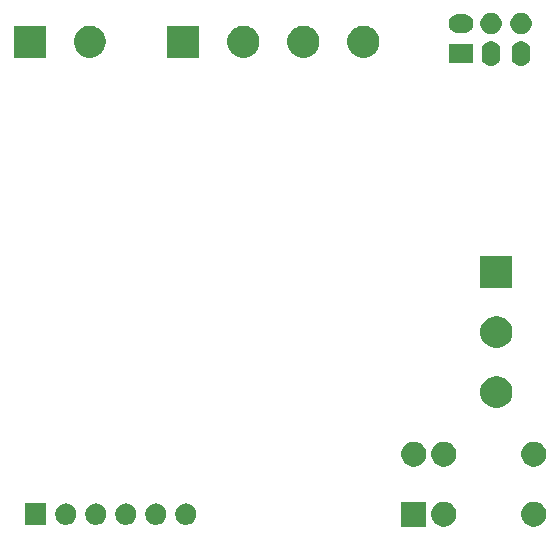
<source format=gbr>
G04 #@! TF.GenerationSoftware,KiCad,Pcbnew,5.1.5-52549c5~84~ubuntu18.04.1*
G04 #@! TF.CreationDate,2020-01-03T01:36:26+01:00*
G04 #@! TF.ProjectId,presen-fsr,70726573-656e-42d6-9673-722e6b696361,0*
G04 #@! TF.SameCoordinates,Original*
G04 #@! TF.FileFunction,Soldermask,Bot*
G04 #@! TF.FilePolarity,Negative*
%FSLAX46Y46*%
G04 Gerber Fmt 4.6, Leading zero omitted, Abs format (unit mm)*
G04 Created by KiCad (PCBNEW 5.1.5-52549c5~84~ubuntu18.04.1) date 2020-01-03 01:36:26*
%MOMM*%
%LPD*%
G04 APERTURE LIST*
%ADD10C,0.100000*%
G04 APERTURE END LIST*
D10*
G36*
X66551000Y-156551000D02*
G01*
X64449000Y-156551000D01*
X64449000Y-154449000D01*
X66551000Y-154449000D01*
X66551000Y-156551000D01*
G37*
G36*
X75966564Y-154489389D02*
G01*
X76157833Y-154568615D01*
X76157835Y-154568616D01*
X76329973Y-154683635D01*
X76476365Y-154830027D01*
X76540256Y-154925646D01*
X76591385Y-155002167D01*
X76670611Y-155193436D01*
X76711000Y-155396484D01*
X76711000Y-155603516D01*
X76670611Y-155806564D01*
X76620815Y-155926782D01*
X76591384Y-155997835D01*
X76476365Y-156169973D01*
X76329973Y-156316365D01*
X76157835Y-156431384D01*
X76157834Y-156431385D01*
X76157833Y-156431385D01*
X75966564Y-156510611D01*
X75763516Y-156551000D01*
X75556484Y-156551000D01*
X75353436Y-156510611D01*
X75162167Y-156431385D01*
X75162166Y-156431385D01*
X75162165Y-156431384D01*
X74990027Y-156316365D01*
X74843635Y-156169973D01*
X74728616Y-155997835D01*
X74699185Y-155926782D01*
X74649389Y-155806564D01*
X74609000Y-155603516D01*
X74609000Y-155396484D01*
X74649389Y-155193436D01*
X74728615Y-155002167D01*
X74779745Y-154925646D01*
X74843635Y-154830027D01*
X74990027Y-154683635D01*
X75162165Y-154568616D01*
X75162167Y-154568615D01*
X75353436Y-154489389D01*
X75556484Y-154449000D01*
X75763516Y-154449000D01*
X75966564Y-154489389D01*
G37*
G36*
X68346564Y-154489389D02*
G01*
X68537833Y-154568615D01*
X68537835Y-154568616D01*
X68709973Y-154683635D01*
X68856365Y-154830027D01*
X68920256Y-154925646D01*
X68971385Y-155002167D01*
X69050611Y-155193436D01*
X69091000Y-155396484D01*
X69091000Y-155603516D01*
X69050611Y-155806564D01*
X69000815Y-155926782D01*
X68971384Y-155997835D01*
X68856365Y-156169973D01*
X68709973Y-156316365D01*
X68537835Y-156431384D01*
X68537834Y-156431385D01*
X68537833Y-156431385D01*
X68346564Y-156510611D01*
X68143516Y-156551000D01*
X67936484Y-156551000D01*
X67733436Y-156510611D01*
X67542167Y-156431385D01*
X67542166Y-156431385D01*
X67542165Y-156431384D01*
X67370027Y-156316365D01*
X67223635Y-156169973D01*
X67108616Y-155997835D01*
X67079185Y-155926782D01*
X67029389Y-155806564D01*
X66989000Y-155603516D01*
X66989000Y-155396484D01*
X67029389Y-155193436D01*
X67108615Y-155002167D01*
X67159745Y-154925646D01*
X67223635Y-154830027D01*
X67370027Y-154683635D01*
X67542165Y-154568616D01*
X67542167Y-154568615D01*
X67733436Y-154489389D01*
X67936484Y-154449000D01*
X68143516Y-154449000D01*
X68346564Y-154489389D01*
G37*
G36*
X41233512Y-154603927D02*
G01*
X41382812Y-154633624D01*
X41546784Y-154701544D01*
X41694354Y-154800147D01*
X41819853Y-154925646D01*
X41918456Y-155073216D01*
X41986376Y-155237188D01*
X42021000Y-155411259D01*
X42021000Y-155588741D01*
X41986376Y-155762812D01*
X41918456Y-155926784D01*
X41819853Y-156074354D01*
X41694354Y-156199853D01*
X41546784Y-156298456D01*
X41382812Y-156366376D01*
X41233512Y-156396073D01*
X41208742Y-156401000D01*
X41031258Y-156401000D01*
X41006488Y-156396073D01*
X40857188Y-156366376D01*
X40693216Y-156298456D01*
X40545646Y-156199853D01*
X40420147Y-156074354D01*
X40321544Y-155926784D01*
X40253624Y-155762812D01*
X40219000Y-155588741D01*
X40219000Y-155411259D01*
X40253624Y-155237188D01*
X40321544Y-155073216D01*
X40420147Y-154925646D01*
X40545646Y-154800147D01*
X40693216Y-154701544D01*
X40857188Y-154633624D01*
X41006488Y-154603927D01*
X41031258Y-154599000D01*
X41208742Y-154599000D01*
X41233512Y-154603927D01*
G37*
G36*
X34401000Y-156401000D02*
G01*
X32599000Y-156401000D01*
X32599000Y-154599000D01*
X34401000Y-154599000D01*
X34401000Y-156401000D01*
G37*
G36*
X36153512Y-154603927D02*
G01*
X36302812Y-154633624D01*
X36466784Y-154701544D01*
X36614354Y-154800147D01*
X36739853Y-154925646D01*
X36838456Y-155073216D01*
X36906376Y-155237188D01*
X36941000Y-155411259D01*
X36941000Y-155588741D01*
X36906376Y-155762812D01*
X36838456Y-155926784D01*
X36739853Y-156074354D01*
X36614354Y-156199853D01*
X36466784Y-156298456D01*
X36302812Y-156366376D01*
X36153512Y-156396073D01*
X36128742Y-156401000D01*
X35951258Y-156401000D01*
X35926488Y-156396073D01*
X35777188Y-156366376D01*
X35613216Y-156298456D01*
X35465646Y-156199853D01*
X35340147Y-156074354D01*
X35241544Y-155926784D01*
X35173624Y-155762812D01*
X35139000Y-155588741D01*
X35139000Y-155411259D01*
X35173624Y-155237188D01*
X35241544Y-155073216D01*
X35340147Y-154925646D01*
X35465646Y-154800147D01*
X35613216Y-154701544D01*
X35777188Y-154633624D01*
X35926488Y-154603927D01*
X35951258Y-154599000D01*
X36128742Y-154599000D01*
X36153512Y-154603927D01*
G37*
G36*
X38693512Y-154603927D02*
G01*
X38842812Y-154633624D01*
X39006784Y-154701544D01*
X39154354Y-154800147D01*
X39279853Y-154925646D01*
X39378456Y-155073216D01*
X39446376Y-155237188D01*
X39481000Y-155411259D01*
X39481000Y-155588741D01*
X39446376Y-155762812D01*
X39378456Y-155926784D01*
X39279853Y-156074354D01*
X39154354Y-156199853D01*
X39006784Y-156298456D01*
X38842812Y-156366376D01*
X38693512Y-156396073D01*
X38668742Y-156401000D01*
X38491258Y-156401000D01*
X38466488Y-156396073D01*
X38317188Y-156366376D01*
X38153216Y-156298456D01*
X38005646Y-156199853D01*
X37880147Y-156074354D01*
X37781544Y-155926784D01*
X37713624Y-155762812D01*
X37679000Y-155588741D01*
X37679000Y-155411259D01*
X37713624Y-155237188D01*
X37781544Y-155073216D01*
X37880147Y-154925646D01*
X38005646Y-154800147D01*
X38153216Y-154701544D01*
X38317188Y-154633624D01*
X38466488Y-154603927D01*
X38491258Y-154599000D01*
X38668742Y-154599000D01*
X38693512Y-154603927D01*
G37*
G36*
X43773512Y-154603927D02*
G01*
X43922812Y-154633624D01*
X44086784Y-154701544D01*
X44234354Y-154800147D01*
X44359853Y-154925646D01*
X44458456Y-155073216D01*
X44526376Y-155237188D01*
X44561000Y-155411259D01*
X44561000Y-155588741D01*
X44526376Y-155762812D01*
X44458456Y-155926784D01*
X44359853Y-156074354D01*
X44234354Y-156199853D01*
X44086784Y-156298456D01*
X43922812Y-156366376D01*
X43773512Y-156396073D01*
X43748742Y-156401000D01*
X43571258Y-156401000D01*
X43546488Y-156396073D01*
X43397188Y-156366376D01*
X43233216Y-156298456D01*
X43085646Y-156199853D01*
X42960147Y-156074354D01*
X42861544Y-155926784D01*
X42793624Y-155762812D01*
X42759000Y-155588741D01*
X42759000Y-155411259D01*
X42793624Y-155237188D01*
X42861544Y-155073216D01*
X42960147Y-154925646D01*
X43085646Y-154800147D01*
X43233216Y-154701544D01*
X43397188Y-154633624D01*
X43546488Y-154603927D01*
X43571258Y-154599000D01*
X43748742Y-154599000D01*
X43773512Y-154603927D01*
G37*
G36*
X46313512Y-154603927D02*
G01*
X46462812Y-154633624D01*
X46626784Y-154701544D01*
X46774354Y-154800147D01*
X46899853Y-154925646D01*
X46998456Y-155073216D01*
X47066376Y-155237188D01*
X47101000Y-155411259D01*
X47101000Y-155588741D01*
X47066376Y-155762812D01*
X46998456Y-155926784D01*
X46899853Y-156074354D01*
X46774354Y-156199853D01*
X46626784Y-156298456D01*
X46462812Y-156366376D01*
X46313512Y-156396073D01*
X46288742Y-156401000D01*
X46111258Y-156401000D01*
X46086488Y-156396073D01*
X45937188Y-156366376D01*
X45773216Y-156298456D01*
X45625646Y-156199853D01*
X45500147Y-156074354D01*
X45401544Y-155926784D01*
X45333624Y-155762812D01*
X45299000Y-155588741D01*
X45299000Y-155411259D01*
X45333624Y-155237188D01*
X45401544Y-155073216D01*
X45500147Y-154925646D01*
X45625646Y-154800147D01*
X45773216Y-154701544D01*
X45937188Y-154633624D01*
X46086488Y-154603927D01*
X46111258Y-154599000D01*
X46288742Y-154599000D01*
X46313512Y-154603927D01*
G37*
G36*
X68346564Y-149409389D02*
G01*
X68537833Y-149488615D01*
X68537835Y-149488616D01*
X68709973Y-149603635D01*
X68856365Y-149750027D01*
X68971385Y-149922167D01*
X69050611Y-150113436D01*
X69091000Y-150316484D01*
X69091000Y-150523516D01*
X69050611Y-150726564D01*
X68971385Y-150917833D01*
X68971384Y-150917835D01*
X68856365Y-151089973D01*
X68709973Y-151236365D01*
X68537835Y-151351384D01*
X68537834Y-151351385D01*
X68537833Y-151351385D01*
X68346564Y-151430611D01*
X68143516Y-151471000D01*
X67936484Y-151471000D01*
X67733436Y-151430611D01*
X67542167Y-151351385D01*
X67542166Y-151351385D01*
X67542165Y-151351384D01*
X67370027Y-151236365D01*
X67223635Y-151089973D01*
X67108616Y-150917835D01*
X67108615Y-150917833D01*
X67029389Y-150726564D01*
X66989000Y-150523516D01*
X66989000Y-150316484D01*
X67029389Y-150113436D01*
X67108615Y-149922167D01*
X67223635Y-149750027D01*
X67370027Y-149603635D01*
X67542165Y-149488616D01*
X67542167Y-149488615D01*
X67733436Y-149409389D01*
X67936484Y-149369000D01*
X68143516Y-149369000D01*
X68346564Y-149409389D01*
G37*
G36*
X75966564Y-149409389D02*
G01*
X76157833Y-149488615D01*
X76157835Y-149488616D01*
X76329973Y-149603635D01*
X76476365Y-149750027D01*
X76591385Y-149922167D01*
X76670611Y-150113436D01*
X76711000Y-150316484D01*
X76711000Y-150523516D01*
X76670611Y-150726564D01*
X76591385Y-150917833D01*
X76591384Y-150917835D01*
X76476365Y-151089973D01*
X76329973Y-151236365D01*
X76157835Y-151351384D01*
X76157834Y-151351385D01*
X76157833Y-151351385D01*
X75966564Y-151430611D01*
X75763516Y-151471000D01*
X75556484Y-151471000D01*
X75353436Y-151430611D01*
X75162167Y-151351385D01*
X75162166Y-151351385D01*
X75162165Y-151351384D01*
X74990027Y-151236365D01*
X74843635Y-151089973D01*
X74728616Y-150917835D01*
X74728615Y-150917833D01*
X74649389Y-150726564D01*
X74609000Y-150523516D01*
X74609000Y-150316484D01*
X74649389Y-150113436D01*
X74728615Y-149922167D01*
X74843635Y-149750027D01*
X74990027Y-149603635D01*
X75162165Y-149488616D01*
X75162167Y-149488615D01*
X75353436Y-149409389D01*
X75556484Y-149369000D01*
X75763516Y-149369000D01*
X75966564Y-149409389D01*
G37*
G36*
X65806564Y-149409389D02*
G01*
X65997833Y-149488615D01*
X65997835Y-149488616D01*
X66169973Y-149603635D01*
X66316365Y-149750027D01*
X66431385Y-149922167D01*
X66510611Y-150113436D01*
X66551000Y-150316484D01*
X66551000Y-150523516D01*
X66510611Y-150726564D01*
X66431385Y-150917833D01*
X66431384Y-150917835D01*
X66316365Y-151089973D01*
X66169973Y-151236365D01*
X65997835Y-151351384D01*
X65997834Y-151351385D01*
X65997833Y-151351385D01*
X65806564Y-151430611D01*
X65603516Y-151471000D01*
X65396484Y-151471000D01*
X65193436Y-151430611D01*
X65002167Y-151351385D01*
X65002166Y-151351385D01*
X65002165Y-151351384D01*
X64830027Y-151236365D01*
X64683635Y-151089973D01*
X64568616Y-150917835D01*
X64568615Y-150917833D01*
X64489389Y-150726564D01*
X64449000Y-150523516D01*
X64449000Y-150316484D01*
X64489389Y-150113436D01*
X64568615Y-149922167D01*
X64683635Y-149750027D01*
X64830027Y-149603635D01*
X65002165Y-149488616D01*
X65002167Y-149488615D01*
X65193436Y-149409389D01*
X65396484Y-149369000D01*
X65603516Y-149369000D01*
X65806564Y-149409389D01*
G37*
G36*
X72894072Y-143860918D02*
G01*
X73139939Y-143962759D01*
X73361212Y-144110610D01*
X73549390Y-144298788D01*
X73697241Y-144520061D01*
X73799082Y-144765928D01*
X73851000Y-145026938D01*
X73851000Y-145293062D01*
X73799082Y-145554072D01*
X73697241Y-145799939D01*
X73549390Y-146021212D01*
X73361212Y-146209390D01*
X73139939Y-146357241D01*
X73139938Y-146357242D01*
X73139937Y-146357242D01*
X72894072Y-146459082D01*
X72633063Y-146511000D01*
X72366937Y-146511000D01*
X72105928Y-146459082D01*
X71860063Y-146357242D01*
X71860062Y-146357242D01*
X71860061Y-146357241D01*
X71638788Y-146209390D01*
X71450610Y-146021212D01*
X71302759Y-145799939D01*
X71200918Y-145554072D01*
X71149000Y-145293062D01*
X71149000Y-145026938D01*
X71200918Y-144765928D01*
X71302759Y-144520061D01*
X71450610Y-144298788D01*
X71638788Y-144110610D01*
X71860061Y-143962759D01*
X72105928Y-143860918D01*
X72366937Y-143809000D01*
X72633063Y-143809000D01*
X72894072Y-143860918D01*
G37*
G36*
X72894072Y-138780918D02*
G01*
X73139939Y-138882759D01*
X73361212Y-139030610D01*
X73549390Y-139218788D01*
X73697241Y-139440061D01*
X73799082Y-139685928D01*
X73851000Y-139946938D01*
X73851000Y-140213062D01*
X73799082Y-140474072D01*
X73697241Y-140719939D01*
X73549390Y-140941212D01*
X73361212Y-141129390D01*
X73139939Y-141277241D01*
X73139938Y-141277242D01*
X73139937Y-141277242D01*
X72894072Y-141379082D01*
X72633063Y-141431000D01*
X72366937Y-141431000D01*
X72105928Y-141379082D01*
X71860063Y-141277242D01*
X71860062Y-141277242D01*
X71860061Y-141277241D01*
X71638788Y-141129390D01*
X71450610Y-140941212D01*
X71302759Y-140719939D01*
X71200918Y-140474072D01*
X71149000Y-140213062D01*
X71149000Y-139946938D01*
X71200918Y-139685928D01*
X71302759Y-139440061D01*
X71450610Y-139218788D01*
X71638788Y-139030610D01*
X71860061Y-138882759D01*
X72105928Y-138780918D01*
X72366937Y-138729000D01*
X72633063Y-138729000D01*
X72894072Y-138780918D01*
G37*
G36*
X73851000Y-136351000D02*
G01*
X71149000Y-136351000D01*
X71149000Y-133649000D01*
X73851000Y-133649000D01*
X73851000Y-136351000D01*
G37*
G36*
X74737022Y-115460590D02*
G01*
X74837681Y-115491125D01*
X74888012Y-115506392D01*
X75027164Y-115580771D01*
X75149133Y-115680867D01*
X75164014Y-115699000D01*
X75249229Y-115802835D01*
X75323608Y-115941987D01*
X75338875Y-115992318D01*
X75369410Y-116092977D01*
X75381000Y-116210655D01*
X75381000Y-116789345D01*
X75369410Y-116907023D01*
X75338875Y-117007682D01*
X75323608Y-117058013D01*
X75249229Y-117197165D01*
X75149133Y-117319133D01*
X75027165Y-117419229D01*
X74888013Y-117493608D01*
X74837682Y-117508875D01*
X74737023Y-117539410D01*
X74580000Y-117554875D01*
X74422978Y-117539410D01*
X74322319Y-117508875D01*
X74271988Y-117493608D01*
X74132836Y-117419229D01*
X74010868Y-117319133D01*
X73995987Y-117301000D01*
X73910771Y-117197165D01*
X73855607Y-117093961D01*
X73836392Y-117058013D01*
X73821125Y-117007682D01*
X73790590Y-116907023D01*
X73779000Y-116789345D01*
X73779000Y-116210656D01*
X73790590Y-116092978D01*
X73836392Y-115941989D01*
X73836392Y-115941988D01*
X73910771Y-115802836D01*
X73910772Y-115802835D01*
X74010867Y-115680867D01*
X74132835Y-115580771D01*
X74271987Y-115506392D01*
X74322318Y-115491125D01*
X74422977Y-115460590D01*
X74580000Y-115445125D01*
X74737022Y-115460590D01*
G37*
G36*
X72197022Y-115460590D02*
G01*
X72297681Y-115491125D01*
X72348012Y-115506392D01*
X72487164Y-115580771D01*
X72609133Y-115680867D01*
X72624014Y-115699000D01*
X72709229Y-115802835D01*
X72783608Y-115941987D01*
X72798875Y-115992318D01*
X72829410Y-116092977D01*
X72841000Y-116210655D01*
X72841000Y-116789345D01*
X72829410Y-116907023D01*
X72798875Y-117007682D01*
X72783608Y-117058013D01*
X72709229Y-117197165D01*
X72609133Y-117319133D01*
X72487165Y-117419229D01*
X72348013Y-117493608D01*
X72297682Y-117508875D01*
X72197023Y-117539410D01*
X72040000Y-117554875D01*
X71882978Y-117539410D01*
X71782319Y-117508875D01*
X71731988Y-117493608D01*
X71592836Y-117419229D01*
X71470868Y-117319133D01*
X71455987Y-117301000D01*
X71370771Y-117197165D01*
X71315607Y-117093961D01*
X71296392Y-117058013D01*
X71281125Y-117007682D01*
X71250590Y-116907023D01*
X71239000Y-116789345D01*
X71239000Y-116210656D01*
X71250590Y-116092978D01*
X71296392Y-115941989D01*
X71296392Y-115941988D01*
X71370771Y-115802836D01*
X71370772Y-115802835D01*
X71470867Y-115680867D01*
X71592835Y-115580771D01*
X71731987Y-115506392D01*
X71782318Y-115491125D01*
X71882977Y-115460590D01*
X72040000Y-115445125D01*
X72197022Y-115460590D01*
G37*
G36*
X70551000Y-117301000D02*
G01*
X68449000Y-117301000D01*
X68449000Y-115699000D01*
X70551000Y-115699000D01*
X70551000Y-117301000D01*
G37*
G36*
X38474072Y-114200918D02*
G01*
X38636055Y-114268013D01*
X38719939Y-114302759D01*
X38831328Y-114377187D01*
X38941211Y-114450609D01*
X39129391Y-114638789D01*
X39172702Y-114703608D01*
X39254733Y-114826375D01*
X39277242Y-114860063D01*
X39379082Y-115105928D01*
X39431000Y-115366937D01*
X39431000Y-115633063D01*
X39379082Y-115894072D01*
X39296693Y-116092979D01*
X39277241Y-116139939D01*
X39129390Y-116361212D01*
X38941212Y-116549390D01*
X38719939Y-116697241D01*
X38719938Y-116697242D01*
X38719937Y-116697242D01*
X38474072Y-116799082D01*
X38213063Y-116851000D01*
X37946937Y-116851000D01*
X37685928Y-116799082D01*
X37440063Y-116697242D01*
X37440062Y-116697242D01*
X37440061Y-116697241D01*
X37218788Y-116549390D01*
X37030610Y-116361212D01*
X36882759Y-116139939D01*
X36863308Y-116092979D01*
X36780918Y-115894072D01*
X36729000Y-115633063D01*
X36729000Y-115366937D01*
X36780918Y-115105928D01*
X36882758Y-114860063D01*
X36905268Y-114826375D01*
X36987298Y-114703608D01*
X37030609Y-114638789D01*
X37218789Y-114450609D01*
X37328672Y-114377187D01*
X37440061Y-114302759D01*
X37523946Y-114268013D01*
X37685928Y-114200918D01*
X37946937Y-114149000D01*
X38213063Y-114149000D01*
X38474072Y-114200918D01*
G37*
G36*
X34351000Y-116851000D02*
G01*
X31649000Y-116851000D01*
X31649000Y-114149000D01*
X34351000Y-114149000D01*
X34351000Y-116851000D01*
G37*
G36*
X47351000Y-116851000D02*
G01*
X44649000Y-116851000D01*
X44649000Y-114149000D01*
X47351000Y-114149000D01*
X47351000Y-116851000D01*
G37*
G36*
X51474072Y-114200918D02*
G01*
X51636055Y-114268013D01*
X51719939Y-114302759D01*
X51831328Y-114377187D01*
X51941211Y-114450609D01*
X52129391Y-114638789D01*
X52172702Y-114703608D01*
X52254733Y-114826375D01*
X52277242Y-114860063D01*
X52379082Y-115105928D01*
X52431000Y-115366937D01*
X52431000Y-115633063D01*
X52379082Y-115894072D01*
X52296693Y-116092979D01*
X52277241Y-116139939D01*
X52129390Y-116361212D01*
X51941212Y-116549390D01*
X51719939Y-116697241D01*
X51719938Y-116697242D01*
X51719937Y-116697242D01*
X51474072Y-116799082D01*
X51213063Y-116851000D01*
X50946937Y-116851000D01*
X50685928Y-116799082D01*
X50440063Y-116697242D01*
X50440062Y-116697242D01*
X50440061Y-116697241D01*
X50218788Y-116549390D01*
X50030610Y-116361212D01*
X49882759Y-116139939D01*
X49863308Y-116092979D01*
X49780918Y-115894072D01*
X49729000Y-115633063D01*
X49729000Y-115366937D01*
X49780918Y-115105928D01*
X49882758Y-114860063D01*
X49905268Y-114826375D01*
X49987298Y-114703608D01*
X50030609Y-114638789D01*
X50218789Y-114450609D01*
X50328672Y-114377187D01*
X50440061Y-114302759D01*
X50523946Y-114268013D01*
X50685928Y-114200918D01*
X50946937Y-114149000D01*
X51213063Y-114149000D01*
X51474072Y-114200918D01*
G37*
G36*
X56554072Y-114200918D02*
G01*
X56716055Y-114268013D01*
X56799939Y-114302759D01*
X56911328Y-114377187D01*
X57021211Y-114450609D01*
X57209391Y-114638789D01*
X57252702Y-114703608D01*
X57334733Y-114826375D01*
X57357242Y-114860063D01*
X57459082Y-115105928D01*
X57511000Y-115366937D01*
X57511000Y-115633063D01*
X57459082Y-115894072D01*
X57376693Y-116092979D01*
X57357241Y-116139939D01*
X57209390Y-116361212D01*
X57021212Y-116549390D01*
X56799939Y-116697241D01*
X56799938Y-116697242D01*
X56799937Y-116697242D01*
X56554072Y-116799082D01*
X56293063Y-116851000D01*
X56026937Y-116851000D01*
X55765928Y-116799082D01*
X55520063Y-116697242D01*
X55520062Y-116697242D01*
X55520061Y-116697241D01*
X55298788Y-116549390D01*
X55110610Y-116361212D01*
X54962759Y-116139939D01*
X54943308Y-116092979D01*
X54860918Y-115894072D01*
X54809000Y-115633063D01*
X54809000Y-115366937D01*
X54860918Y-115105928D01*
X54962758Y-114860063D01*
X54985268Y-114826375D01*
X55067298Y-114703608D01*
X55110609Y-114638789D01*
X55298789Y-114450609D01*
X55408672Y-114377187D01*
X55520061Y-114302759D01*
X55603946Y-114268013D01*
X55765928Y-114200918D01*
X56026937Y-114149000D01*
X56293063Y-114149000D01*
X56554072Y-114200918D01*
G37*
G36*
X61634072Y-114200918D02*
G01*
X61796055Y-114268013D01*
X61879939Y-114302759D01*
X61991328Y-114377187D01*
X62101211Y-114450609D01*
X62289391Y-114638789D01*
X62332702Y-114703608D01*
X62414733Y-114826375D01*
X62437242Y-114860063D01*
X62539082Y-115105928D01*
X62591000Y-115366937D01*
X62591000Y-115633063D01*
X62539082Y-115894072D01*
X62456693Y-116092979D01*
X62437241Y-116139939D01*
X62289390Y-116361212D01*
X62101212Y-116549390D01*
X61879939Y-116697241D01*
X61879938Y-116697242D01*
X61879937Y-116697242D01*
X61634072Y-116799082D01*
X61373063Y-116851000D01*
X61106937Y-116851000D01*
X60845928Y-116799082D01*
X60600063Y-116697242D01*
X60600062Y-116697242D01*
X60600061Y-116697241D01*
X60378788Y-116549390D01*
X60190610Y-116361212D01*
X60042759Y-116139939D01*
X60023308Y-116092979D01*
X59940918Y-115894072D01*
X59889000Y-115633063D01*
X59889000Y-115366937D01*
X59940918Y-115105928D01*
X60042758Y-114860063D01*
X60065268Y-114826375D01*
X60147298Y-114703608D01*
X60190609Y-114638789D01*
X60378789Y-114450609D01*
X60488672Y-114377187D01*
X60600061Y-114302759D01*
X60683946Y-114268013D01*
X60845928Y-114200918D01*
X61106937Y-114149000D01*
X61373063Y-114149000D01*
X61634072Y-114200918D01*
G37*
G36*
X72153512Y-113063927D02*
G01*
X72302812Y-113093624D01*
X72466784Y-113161544D01*
X72614354Y-113260147D01*
X72739853Y-113385646D01*
X72838456Y-113533216D01*
X72906376Y-113697188D01*
X72941000Y-113871259D01*
X72941000Y-114048741D01*
X72906376Y-114222812D01*
X72838456Y-114386784D01*
X72739853Y-114534354D01*
X72614354Y-114659853D01*
X72466784Y-114758456D01*
X72302812Y-114826376D01*
X72153512Y-114856073D01*
X72128742Y-114861000D01*
X71951258Y-114861000D01*
X71926488Y-114856073D01*
X71777188Y-114826376D01*
X71613216Y-114758456D01*
X71465646Y-114659853D01*
X71340147Y-114534354D01*
X71241544Y-114386784D01*
X71173624Y-114222812D01*
X71139000Y-114048741D01*
X71139000Y-113871259D01*
X71173624Y-113697188D01*
X71241544Y-113533216D01*
X71340147Y-113385646D01*
X71465646Y-113260147D01*
X71613216Y-113161544D01*
X71777188Y-113093624D01*
X71926488Y-113063927D01*
X71951258Y-113059000D01*
X72128742Y-113059000D01*
X72153512Y-113063927D01*
G37*
G36*
X74693512Y-113063927D02*
G01*
X74842812Y-113093624D01*
X75006784Y-113161544D01*
X75154354Y-113260147D01*
X75279853Y-113385646D01*
X75378456Y-113533216D01*
X75446376Y-113697188D01*
X75481000Y-113871259D01*
X75481000Y-114048741D01*
X75446376Y-114222812D01*
X75378456Y-114386784D01*
X75279853Y-114534354D01*
X75154354Y-114659853D01*
X75006784Y-114758456D01*
X74842812Y-114826376D01*
X74693512Y-114856073D01*
X74668742Y-114861000D01*
X74491258Y-114861000D01*
X74466488Y-114856073D01*
X74317188Y-114826376D01*
X74153216Y-114758456D01*
X74005646Y-114659853D01*
X73880147Y-114534354D01*
X73781544Y-114386784D01*
X73713624Y-114222812D01*
X73679000Y-114048741D01*
X73679000Y-113871259D01*
X73713624Y-113697188D01*
X73781544Y-113533216D01*
X73880147Y-113385646D01*
X74005646Y-113260147D01*
X74153216Y-113161544D01*
X74317188Y-113093624D01*
X74466488Y-113063927D01*
X74491258Y-113059000D01*
X74668742Y-113059000D01*
X74693512Y-113063927D01*
G37*
G36*
X69828571Y-113162863D02*
G01*
X69907023Y-113170590D01*
X70007682Y-113201125D01*
X70058013Y-113216392D01*
X70197165Y-113290771D01*
X70319133Y-113390867D01*
X70419229Y-113512835D01*
X70493608Y-113651987D01*
X70493608Y-113651988D01*
X70539410Y-113802977D01*
X70554875Y-113960000D01*
X70539410Y-114117023D01*
X70513961Y-114200918D01*
X70493608Y-114268013D01*
X70419229Y-114407165D01*
X70319133Y-114529133D01*
X70197165Y-114629229D01*
X70058013Y-114703608D01*
X70007682Y-114718875D01*
X69907023Y-114749410D01*
X69828571Y-114757137D01*
X69789346Y-114761000D01*
X69210654Y-114761000D01*
X69171429Y-114757137D01*
X69092977Y-114749410D01*
X68992318Y-114718875D01*
X68941987Y-114703608D01*
X68802835Y-114629229D01*
X68680867Y-114529133D01*
X68580771Y-114407165D01*
X68506392Y-114268013D01*
X68486039Y-114200918D01*
X68460590Y-114117023D01*
X68445125Y-113960000D01*
X68460590Y-113802977D01*
X68506392Y-113651988D01*
X68506392Y-113651987D01*
X68580771Y-113512835D01*
X68680867Y-113390867D01*
X68802835Y-113290771D01*
X68941987Y-113216392D01*
X68992318Y-113201125D01*
X69092977Y-113170590D01*
X69171429Y-113162863D01*
X69210654Y-113159000D01*
X69789346Y-113159000D01*
X69828571Y-113162863D01*
G37*
M02*

</source>
